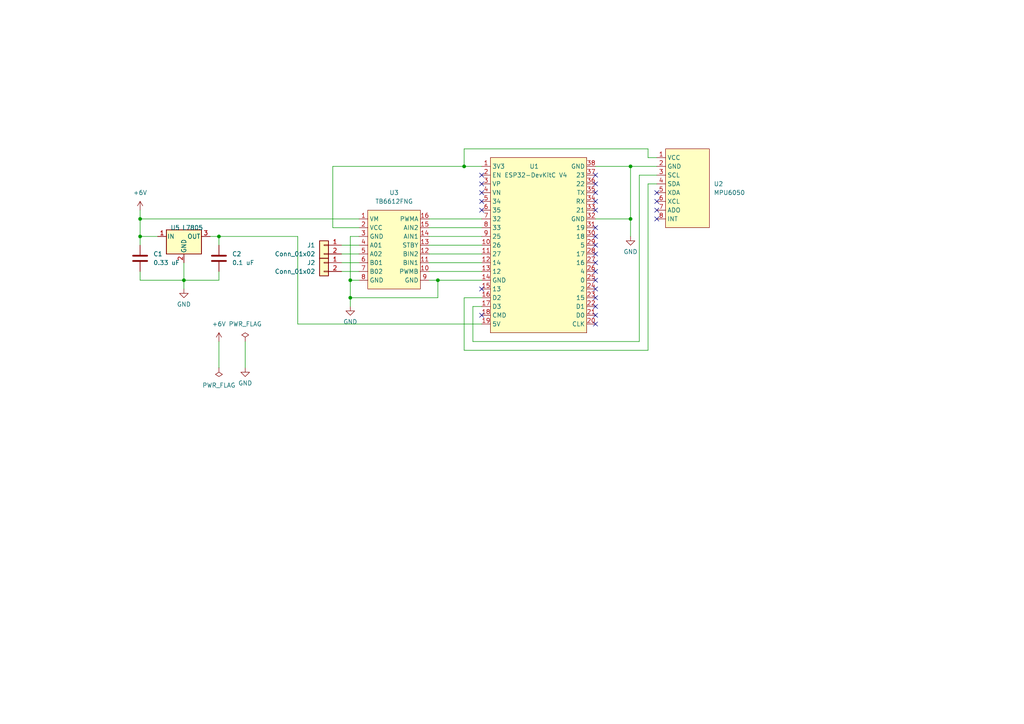
<source format=kicad_sch>
(kicad_sch (version 20230121) (generator eeschema)
  (paper "A4")
  (lib_symbols
    (symbol "Connector_Generic:Conn_01x02" (pin_names (offset 1.016) hide)
      (property "Reference" "J" (at 0 2.54 0))
      (property "Value" "Conn_01x02" (at 0 -5.08 0))
      (symbol "Conn_01x02_1_1"
        (rectangle (start -1.27 -2.413) (end 0 -2.667) (stroke (width 0.1524)))
        (rectangle (start -1.27 0.127) (end 0 -0.127) (stroke (width 0.1524)))
        (rectangle (start -1.27 1.27) (end 1.27 -3.81) (stroke (width 0.254)) (fill (type background)))
        (pin passive line (at -5.08 0 0) (length 3.81) (name "Pin_1") (number "1"))
        (pin passive line (at -5.08 -2.54 0) (length 3.81) (name "Pin_2") (number "2"))
      )
    )
    (symbol "Device:C" (pin_numbers hide) (pin_names (offset 0.254))
      (property "Reference" "C" (at 0.635 2.54 0))
      (property "Value" "C" (at 0.635 -2.54 0))
      (symbol "C_0_1"
        (polyline (pts (xy -2.032 -0.762) (xy 2.032 -0.762)) (stroke (width 0.508)))
        (polyline (pts (xy -2.032 0.762) (xy 2.032 0.762)) (stroke (width 0.508)))
      )
      (symbol "C_1_1"
        (pin passive line (at 0 3.81 270) (length 2.794) (name "~") (number "1"))
        (pin passive line (at 0 -3.81 90) (length 2.794) (name "~") (number "2"))
      )
    )
    (symbol "P_I:ESP32-DevKitC_V4"
      (property "Reference" "U" (at 3.937 1.016 0))
      (property "Value" " ESP32-DevKitC V4" (at 15.875 1.016 0))
      (symbol "ESP32-DevKitC_V4_1_1"
        (rectangle (start 0 0) (end 27.94 -50.8) (fill (type background)))
        (pin power_out line (at -2.54 -2.54 0) (length 2.54) (name "3V3") (number "1"))
        (pin bidirectional line (at -2.54 -25.4 0) (length 2.54) (name "26") (number "10"))
        (pin bidirectional line (at -2.54 -27.94 0) (length 2.54) (name "27") (number "11"))
        (pin bidirectional line (at -2.54 -30.48 0) (length 2.54) (name "14") (number "12"))
        (pin bidirectional line (at -2.54 -33.02 0) (length 2.54) (name "12") (number "13"))
        (pin power_in line (at -2.54 -35.56 0) (length 2.54) (name "GND") (number "14"))
        (pin bidirectional line (at -2.54 -38.1 0) (length 2.54) (name "13") (number "15"))
        (pin bidirectional line (at -2.54 -40.64 0) (length 2.54) (name "D2") (number "16"))
        (pin bidirectional line (at -2.54 -43.18 0) (length 2.54) (name "D3") (number "17"))
        (pin bidirectional line (at -2.54 -45.72 0) (length 2.54) (name "CMD") (number "18"))
        (pin power_in line (at -2.54 -48.26 0) (length 2.54) (name "5V") (number "19"))
        (pin input line (at -2.54 -5.08 0) (length 2.54) (name "EN") (number "2"))
        (pin bidirectional line (at 30.48 -48.26 180) (length 2.54) (name "CLK") (number "20"))
        (pin bidirectional line (at 30.48 -45.72 180) (length 2.54) (name "D0") (number "21"))
        (pin bidirectional line (at 30.48 -43.18 180) (length 2.54) (name "D1") (number "22"))
        (pin bidirectional line (at 30.48 -40.64 180) (length 2.54) (name "15") (number "23"))
        (pin bidirectional line (at 30.48 -38.1 180) (length 2.54) (name "2") (number "24"))
        (pin bidirectional line (at 30.48 -35.56 180) (length 2.54) (name "0") (number "25"))
        (pin bidirectional line (at 30.48 -33.02 180) (length 2.54) (name "4") (number "26"))
        (pin bidirectional line (at 30.48 -30.48 180) (length 2.54) (name "16") (number "27"))
        (pin bidirectional line (at 30.48 -27.94 180) (length 2.54) (name "17") (number "28"))
        (pin bidirectional line (at 30.48 -25.4 180) (length 2.54) (name "5") (number "29"))
        (pin input line (at -2.54 -7.62 0) (length 2.54) (name "VP") (number "3"))
        (pin bidirectional line (at 30.48 -22.86 180) (length 2.54) (name "18") (number "30"))
        (pin bidirectional line (at 30.48 -20.32 180) (length 2.54) (name "19") (number "31"))
        (pin power_in line (at 30.48 -17.78 180) (length 2.54) (name "GND") (number "32"))
        (pin bidirectional line (at 30.48 -15.24 180) (length 2.54) (name "21") (number "33"))
        (pin bidirectional line (at 30.48 -12.7 180) (length 2.54) (name "RX") (number "34"))
        (pin bidirectional line (at 30.48 -10.16 180) (length 2.54) (name "TX") (number "35"))
        (pin bidirectional line (at 30.48 -7.62 180) (length 2.54) (name "22") (number "36"))
        (pin bidirectional line (at 30.48 -5.08 180) (length 2.54) (name "23") (number "37"))
        (pin power_in line (at 30.48 -2.54 180) (length 2.54) (name "GND") (number "38"))
        (pin input line (at -2.54 -10.16 0) (length 2.54) (name "VN") (number "4"))
        (pin input line (at -2.54 -12.7 0) (length 2.54) (name "34") (number "5"))
        (pin input line (at -2.54 -15.24 0) (length 2.54) (name "35") (number "6"))
        (pin bidirectional line (at -2.54 -17.78 0) (length 2.54) (name "32") (number "7"))
        (pin bidirectional line (at -2.54 -20.32 0) (length 2.54) (name "33") (number "8"))
        (pin bidirectional line (at -2.54 -22.86 0) (length 2.54) (name "25") (number "9"))
      )
    )
    (symbol "P_I:MPU6050"
      (property "Reference" "U" (at 1.397 1.27 0))
      (property "Value" "MPU6050" (at 7.874 1.27 0))
      (symbol "MPU6050_1_1"
        (rectangle (start 0 0) (end 12.7 -22.86) (fill (type background)))
        (pin power_in line (at -2.54 -2.54 0) (length 2.54) (name "VCC") (number "1"))
        (pin power_in line (at -2.54 -5.08 0) (length 2.54) (name "GND") (number "2"))
        (pin bidirectional line (at -2.54 -7.62 0) (length 2.54) (name "SCL") (number "3"))
        (pin bidirectional line (at -2.54 -10.16 0) (length 2.54) (name "SDA") (number "4"))
        (pin bidirectional line (at -2.54 -12.7 0) (length 2.54) (name "XDA") (number "5"))
        (pin bidirectional line (at -2.54 -15.24 0) (length 2.54) (name "XCL") (number "6"))
        (pin bidirectional line (at -2.54 -17.78 0) (length 2.54) (name "ADO") (number "7"))
        (pin bidirectional line (at -2.54 -20.32 0) (length 2.54) (name "INT") (number "8"))
      )
    )
    (symbol "P_I:TB6612FNG"
      (property "Reference" "U" (at 1.27 1.27 0))
      (property "Value" "TB6612FNG" (at 8.89 1.27 0))
      (symbol "TB6612FNG_1_1"
        (rectangle (start 0 0) (end 15.24 -22.86) (fill (type background)))
        (pin power_in line (at -2.54 -2.54 0) (length 2.54) (name "VM") (number "1"))
        (pin bidirectional line (at 17.78 -17.78 180) (length 2.54) (name "PWMB") (number "10"))
        (pin bidirectional line (at 17.78 -15.24 180) (length 2.54) (name "BIN1") (number "11"))
        (pin bidirectional line (at 17.78 -12.7 180) (length 2.54) (name "BIN2") (number "12"))
        (pin bidirectional line (at 17.78 -10.16 180) (length 2.54) (name "STBY") (number "13"))
        (pin bidirectional line (at 17.78 -7.62 180) (length 2.54) (name "AIN1") (number "14"))
        (pin bidirectional line (at 17.78 -5.08 180) (length 2.54) (name "AIN2") (number "15"))
        (pin bidirectional line (at 17.78 -2.54 180) (length 2.54) (name "PWMA") (number "16"))
        (pin power_in line (at -2.54 -5.08 0) (length 2.54) (name "VCC") (number "2"))
        (pin power_in line (at -2.54 -7.62 0) (length 2.54) (name "GND") (number "3"))
        (pin bidirectional line (at -2.54 -10.16 0) (length 2.54) (name "A01") (number "4"))
        (pin bidirectional line (at -2.54 -12.7 0) (length 2.54) (name "A02") (number "5"))
        (pin bidirectional line (at -2.54 -15.24 0) (length 2.54) (name "B01") (number "6"))
        (pin bidirectional line (at -2.54 -17.78 0) (length 2.54) (name "B02") (number "7"))
        (pin power_in line (at -2.54 -20.32 0) (length 2.54) (name "GND") (number "8"))
        (pin power_in line (at 17.78 -20.32 180) (length 2.54) (name "GND") (number "9"))
      )
    )
    (symbol "Regulator_Linear:L7805" (pin_names (offset 0.254))
      (property "Reference" "U" (at -3.81 3.175 0))
      (property "Value" "L7805" (at 0 3.175 0))
      (symbol "L7805_0_1"
        (rectangle (start -5.08 1.905) (end 5.08 -5.08) (stroke (width 0.254)) (fill (type background)))
      )
      (symbol "L7805_1_1"
        (pin power_in line (at -7.62 0 0) (length 2.54) (name "IN") (number "1"))
        (pin power_in line (at 0 -7.62 90) (length 2.54) (name "GND") (number "2"))
        (pin power_out line (at 7.62 0 180) (length 2.54) (name "OUT") (number "3"))
      )
    )
    (symbol "power:+6V" (power) (pin_names (offset 0))
      (property "Value" "+6V" (at 0 3.556 0))
      (symbol "+6V_0_1"
        (polyline (pts (xy -0.762 1.27) (xy 0 2.54)))
        (polyline (pts (xy 0 0) (xy 0 2.54)))
        (polyline (pts (xy 0 2.54) (xy 0.762 1.27)))
      )
      (symbol "+6V_1_1"
        (pin power_in line (at 0 0 90) (length 0) hide (name "+6V") (number "1"))
      )
    )
    (symbol "power:GND" (power) (pin_names (offset 0))
      (property "Value" "GND" (at 0 -3.81 0))
      (symbol "GND_0_1"
        (polyline (pts (xy 0 0) (xy 0 -1.27) (xy 1.27 -1.27) (xy 0 -2.54) (xy -1.27 -1.27) (xy 0 -1.27)))
      )
      (symbol "GND_1_1"
        (pin power_in line (at 0 0 270) (length 0) hide (name "GND") (number "1"))
      )
    )
    (symbol "power:PWR_FLAG" (power) (pin_numbers hide) (pin_names (offset 0) hide)
      (property "Value" "PWR_FLAG" (at 0 3.81 0))
      (symbol "PWR_FLAG_0_0"
        (pin power_out line (at 0 0 90) (length 0) (name "pwr") (number "1"))
      )
      (symbol "PWR_FLAG_0_1"
        (polyline (pts (xy 0 0) (xy 0 1.27) (xy -1.016 1.905) (xy 0 2.54) (xy 1.016 1.905) (xy 0 1.27)))
      )
    )
  )
  (junction (at 182.88 48.26))
  (junction (at 101.6 81.28))
  (junction (at 127 81.28))
  (junction (at 40.64 63.5))
  (junction (at 134.62 48.26))
  (junction (at 53.34 81.28))
  (junction (at 182.88 63.5))
  (junction (at 63.5 68.58))
  (junction (at 40.64 68.58))
  (junction (at 101.6 86.36))
  (no_connect (at 139.7 58.42))
  (no_connect (at 172.72 81.28))
  (no_connect (at 172.72 86.36))
  (no_connect (at 139.7 55.88))
  (no_connect (at 172.72 71.12))
  (no_connect (at 172.72 83.82))
  (no_connect (at 172.72 73.66))
  (no_connect (at 190.5 55.88))
  (no_connect (at 139.7 53.34))
  (no_connect (at 172.72 88.9))
  (no_connect (at 172.72 50.8))
  (no_connect (at 172.72 55.88))
  (no_connect (at 172.72 58.42))
  (no_connect (at 190.5 58.42))
  (no_connect (at 172.72 76.2))
  (no_connect (at 172.72 66.04))
  (no_connect (at 190.5 63.5))
  (no_connect (at 139.7 83.82))
  (no_connect (at 139.7 50.8))
  (no_connect (at 172.72 93.98))
  (no_connect (at 172.72 78.74))
  (no_connect (at 172.72 68.58))
  (no_connect (at 139.7 60.96))
  (no_connect (at 139.7 91.44))
  (no_connect (at 172.72 60.96))
  (no_connect (at 172.72 53.34))
  (no_connect (at 190.5 60.96))
  (no_connect (at 172.72 91.44))
  (wire (pts (xy 187.96 53.34) (xy 190.5 53.34)))
  (wire (pts (xy 185.42 50.8) (xy 190.5 50.8)))
  (wire (pts (xy 190.5 45.72) (xy 187.96 45.72)))
  (wire (pts (xy 187.96 101.6) (xy 187.96 53.34)))
  (wire (pts (xy 182.88 48.26) (xy 182.88 63.5)))
  (wire (pts (xy 63.5 99.06) (xy 63.5 106.68)))
  (wire (pts (xy 99.06 78.74) (xy 104.14 78.74)))
  (wire (pts (xy 63.5 81.28) (xy 53.34 81.28)))
  (wire (pts (xy 40.64 81.28) (xy 53.34 81.28)))
  (wire (pts (xy 124.46 63.5) (xy 139.7 63.5)))
  (wire (pts (xy 124.46 81.28) (xy 127 81.28)))
  (wire (pts (xy 124.46 66.04) (xy 139.7 66.04)))
  (wire (pts (xy 86.36 93.98) (xy 86.36 68.58)))
  (wire (pts (xy 127 81.28) (xy 127 86.36)))
  (wire (pts (xy 134.62 86.36) (xy 134.62 101.6)))
  (wire (pts (xy 124.46 71.12) (xy 139.7 71.12)))
  (wire (pts (xy 40.64 68.58) (xy 40.64 71.12)))
  (wire (pts (xy 40.64 78.74) (xy 40.64 81.28)))
  (wire (pts (xy 134.62 43.18) (xy 134.62 48.26)))
  (wire (pts (xy 127 81.28) (xy 139.7 81.28)))
  (wire (pts (xy 172.72 48.26) (xy 182.88 48.26)))
  (wire (pts (xy 139.7 88.9) (xy 137.16 88.9)))
  (wire (pts (xy 134.62 48.26) (xy 96.52 48.26)))
  (wire (pts (xy 185.42 99.06) (xy 185.42 50.8)))
  (wire (pts (xy 182.88 48.26) (xy 190.5 48.26)))
  (wire (pts (xy 99.06 71.12) (xy 104.14 71.12)))
  (wire (pts (xy 101.6 81.28) (xy 101.6 68.58)))
  (wire (pts (xy 127 86.36) (xy 101.6 86.36)))
  (wire (pts (xy 63.5 68.58) (xy 63.5 71.12)))
  (wire (pts (xy 137.16 88.9) (xy 137.16 99.06)))
  (wire (pts (xy 86.36 68.58) (xy 63.5 68.58)))
  (wire (pts (xy 99.06 76.2) (xy 104.14 76.2)))
  (wire (pts (xy 53.34 81.28) (xy 53.34 83.82)))
  (wire (pts (xy 40.64 63.5) (xy 104.14 63.5)))
  (wire (pts (xy 187.96 45.72) (xy 187.96 43.18)))
  (wire (pts (xy 137.16 99.06) (xy 185.42 99.06)))
  (wire (pts (xy 40.64 68.58) (xy 45.72 68.58)))
  (wire (pts (xy 101.6 86.36) (xy 101.6 88.9)))
  (wire (pts (xy 96.52 66.04) (xy 104.14 66.04)))
  (wire (pts (xy 40.64 63.5) (xy 40.64 68.58)))
  (wire (pts (xy 63.5 78.74) (xy 63.5 81.28)))
  (wire (pts (xy 101.6 86.36) (xy 101.6 81.28)))
  (wire (pts (xy 182.88 63.5) (xy 182.88 68.58)))
  (wire (pts (xy 101.6 68.58) (xy 104.14 68.58)))
  (wire (pts (xy 134.62 101.6) (xy 187.96 101.6)))
  (wire (pts (xy 139.7 86.36) (xy 134.62 86.36)))
  (wire (pts (xy 96.52 48.26) (xy 96.52 66.04)))
  (wire (pts (xy 124.46 78.74) (xy 139.7 78.74)))
  (wire (pts (xy 71.12 99.06) (xy 71.12 106.68)))
  (wire (pts (xy 172.72 63.5) (xy 182.88 63.5)))
  (wire (pts (xy 60.96 68.58) (xy 63.5 68.58)))
  (wire (pts (xy 99.06 73.66) (xy 104.14 73.66)))
  (wire (pts (xy 101.6 81.28) (xy 104.14 81.28)))
  (wire (pts (xy 124.46 68.58) (xy 139.7 68.58)))
  (wire (pts (xy 124.46 76.2) (xy 139.7 76.2)))
  (wire (pts (xy 53.34 76.2) (xy 53.34 81.28)))
  (wire (pts (xy 86.36 93.98) (xy 139.7 93.98)))
  (wire (pts (xy 124.46 73.66) (xy 139.7 73.66)))
  (wire (pts (xy 139.7 48.26) (xy 134.62 48.26)))
  (wire (pts (xy 187.96 43.18) (xy 134.62 43.18)))
  (wire (pts (xy 40.64 60.96) (xy 40.64 63.5)))
  (symbol (lib_id "P_I:TB6612FNG") (at 106.68 60.96 0) (unit 1)
    (property "Reference" "U3" (at 114.3 55.88 0))
    (property "Value" "TB6612FNG" (at 114.3 58.42 0))
    (property "Footprint" "pendulo_invertido:TB6612FNG" (effects hide))
  )
  (symbol (lib_id "power:+6V") (at 63.5 99.06 0) (unit 1)
    (property "Reference" "#PWR05" (effects hide))
    (property "Value" "+6V" (at 63.5 93.98 0))
  )
  (symbol (lib_id "Connector_Generic:Conn_01x02") (at 93.98 71.12 0) (mirror y) (unit 1)
    (property "Reference" "J1" (at 91.44 71.12 0) (effects (justify left)))
    (property "Value" "Conn_01x02" (at 91.44 73.66 0) (effects (justify left)))
    (property "Footprint" "TerminalBlock_Phoenix:TerminalBlock_Phoenix_PT-1,5-2-5.0-H_1x02_P5.00mm_Horizontal" (effects hide))
  )
  (symbol (lib_id "P_I:MPU6050") (at 193.04 43.18 0) (unit 1)
    (property "Reference" "U2" (at 207.01 53.34 0) (effects (justify left)))
    (property "Value" "MPU6050" (at 207.01 55.88 0) (effects (justify left)))
    (property "Footprint" "pendulo_invertido:MPU6050" (effects hide))
  )
  (symbol (lib_id "power:PWR_FLAG") (at 71.12 99.06 0) (unit 1)
    (property "Reference" "#FLG01" (effects hide))
    (property "Value" "PWR_FLAG" (at 71.12 93.98 0))
  )
  (symbol (lib_id "power:GND") (at 101.6 88.9 0) (unit 1)
    (property "Reference" "#PWR03" (effects hide))
    (property "Value" "GND" (at 101.6 93.345 0))
  )
  (symbol (lib_id "power:GND") (at 71.12 106.68 0) (unit 1)
    (property "Reference" "#PWR06" (effects hide))
    (property "Value" "GND" (at 71.12 111.125 0))
  )
  (symbol (lib_id "P_I:ESP32-DevKitC_V4") (at 142.24 45.72 0) (unit 1)
    (property "Reference" "U1" (at 154.94 48.26 0))
    (property "Value" " ESP32-DevKitC V4" (at 154.94 50.8 0))
    (property "Footprint" "PCM_Espressif:ESP32-DevKitC" (effects hide))
  )
  (symbol (lib_id "power:PWR_FLAG") (at 63.5 106.68 180) (unit 1)
    (property "Reference" "#FLG02" (effects hide))
    (property "Value" "PWR_FLAG" (at 63.5 111.76 0))
  )
  (symbol (lib_id "Device:C") (at 63.5 74.93 0) (unit 1)
    (property "Reference" "C2" (at 67.31 73.66 0) (effects (justify left)))
    (property "Value" "0.1 uF" (at 67.31 76.2 0) (effects (justify left)))
    (property "Footprint" "Capacitor_THT:C_Radial_D5.0mm_H11.0mm_P2.00mm" (effects hide))
  )
  (symbol (lib_id "power:GND") (at 182.88 68.58 0) (unit 1)
    (property "Reference" "#PWR04" (effects hide))
    (property "Value" "GND" (at 182.88 73.025 0))
  )
  (symbol (lib_id "Device:C") (at 40.64 74.93 0) (unit 1)
    (property "Reference" "C1" (at 44.45 73.66 0) (effects (justify left)))
    (property "Value" "0.33 uF" (at 44.45 76.2 0) (effects (justify left)))
    (property "Footprint" "Capacitor_THT:C_Radial_D5.0mm_H11.0mm_P2.00mm" (effects hide))
  )
  (symbol (lib_id "power:+6V") (at 40.64 60.96 0) (unit 1)
    (property "Reference" "#PWR02" (effects hide))
    (property "Value" "+6V" (at 40.64 55.88 0))
  )
  (symbol (lib_id "Connector_Generic:Conn_01x02") (at 93.98 76.2 0) (mirror y) (unit 1)
    (property "Reference" "J2" (at 91.44 76.2 0) (effects (justify left)))
    (property "Value" "Conn_01x02" (at 91.44 78.74 0) (effects (justify left)))
    (property "Footprint" "TerminalBlock_Phoenix:TerminalBlock_Phoenix_PT-1,5-2-5.0-H_1x02_P5.00mm_Horizontal" (effects hide))
  )
  (symbol (lib_id "Regulator_Linear:L7805") (at 53.34 68.58 0) (unit 1)
    (property "Reference" "U5" (at 50.8 66.04 0))
    (property "Value" "L7805" (at 55.88 66.04 0))
    (property "Footprint" "Package_TO_SOT_THT:TO-220-3_Vertical" (effects hide))
    (property "Datasheet" "http://www.st.com/content/ccc/resource/technical/document/datasheet/41/4f/b3/b0/12/d4/47/88/CD00000444.pdf/files/CD00000444.pdf/jcr:content/translations/en.CD00000444.pdf" (effects hide))
  )
  (symbol (lib_id "power:GND") (at 53.34 83.82 0) (unit 1)
    (property "Reference" "#PWR01" (effects hide))
    (property "Value" "GND" (at 53.34 88.265 0))
  )
)
</source>
